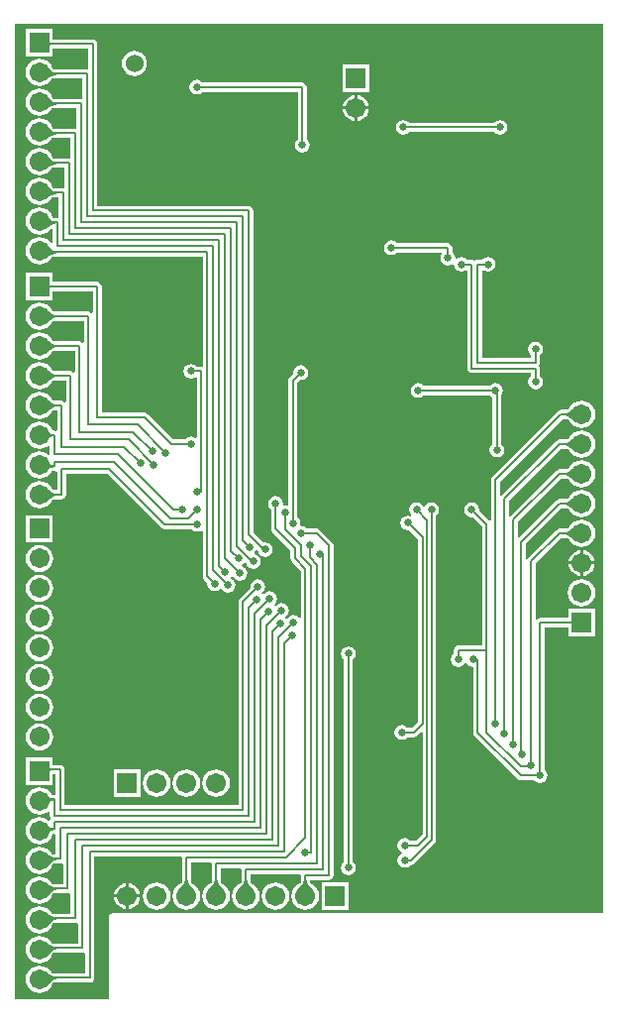
<source format=gbl>
G04*
G04 #@! TF.GenerationSoftware,Altium Limited,Altium Designer,19.0.14 (431)*
G04*
G04 Layer_Physical_Order=2*
G04 Layer_Color=16711680*
%FSLAX25Y25*%
%MOIN*%
G70*
G01*
G75*
%ADD14C,0.00600*%
%ADD42C,0.06000*%
%ADD43R,0.06732X0.06732*%
%ADD44C,0.06732*%
%ADD45R,0.06732X0.06732*%
%ADD46C,0.02500*%
G36*
X201767Y32724D02*
X36500D01*
X36032Y32630D01*
X35635Y32365D01*
X35370Y31968D01*
X35276Y31500D01*
Y3702D01*
X3702D01*
Y331767D01*
X201767D01*
X201767Y32724D01*
D02*
G37*
%LPC*%
G36*
X16566Y330066D02*
X7434D01*
Y320934D01*
X16566D01*
Y323471D01*
X28471D01*
Y316830D01*
X28084Y316513D01*
X28000Y316529D01*
X16569D01*
X16461Y316601D01*
X16449Y316692D01*
X15989Y317803D01*
X15257Y318757D01*
X14303Y319489D01*
X13192Y319949D01*
X12000Y320106D01*
X10808Y319949D01*
X9697Y319489D01*
X8743Y318757D01*
X8011Y317803D01*
X7551Y316692D01*
X7395Y315500D01*
X7551Y314308D01*
X8011Y313197D01*
X8743Y312243D01*
X9697Y311511D01*
X10808Y311051D01*
X12000Y310894D01*
X13192Y311051D01*
X14303Y311511D01*
X15257Y312243D01*
X15989Y313197D01*
X16056Y313359D01*
X16207Y313442D01*
X16267Y313471D01*
X26471D01*
Y306830D01*
X26084Y306513D01*
X26000Y306529D01*
X16569D01*
X16461Y306601D01*
X16449Y306692D01*
X15989Y307803D01*
X15257Y308757D01*
X14303Y309489D01*
X13192Y309949D01*
X12000Y310105D01*
X10808Y309949D01*
X9697Y309489D01*
X8743Y308757D01*
X8011Y307803D01*
X7551Y306692D01*
X7395Y305500D01*
X7551Y304308D01*
X8011Y303197D01*
X8743Y302243D01*
X9697Y301512D01*
X10808Y301051D01*
X12000Y300894D01*
X13192Y301051D01*
X14303Y301512D01*
X15257Y302243D01*
X15989Y303197D01*
X16056Y303359D01*
X16207Y303442D01*
X16267Y303471D01*
X24471D01*
Y296830D01*
X24084Y296513D01*
X24000Y296529D01*
X16569D01*
X16461Y296601D01*
X16449Y296692D01*
X15989Y297803D01*
X15257Y298757D01*
X14303Y299488D01*
X13192Y299949D01*
X12000Y300106D01*
X10808Y299949D01*
X9697Y299488D01*
X8743Y298757D01*
X8011Y297803D01*
X7551Y296692D01*
X7395Y295500D01*
X7551Y294308D01*
X8011Y293197D01*
X8743Y292243D01*
X9697Y291512D01*
X10808Y291051D01*
X12000Y290895D01*
X13192Y291051D01*
X14303Y291512D01*
X15257Y292243D01*
X15989Y293197D01*
X16056Y293359D01*
X16207Y293442D01*
X16267Y293471D01*
X22471D01*
Y286830D01*
X22084Y286513D01*
X22000Y286529D01*
X16569D01*
X16461Y286601D01*
X16449Y286692D01*
X15989Y287803D01*
X15257Y288757D01*
X14303Y289489D01*
X13192Y289949D01*
X12000Y290106D01*
X10808Y289949D01*
X9697Y289489D01*
X8743Y288757D01*
X8011Y287803D01*
X7551Y286692D01*
X7395Y285500D01*
X7551Y284308D01*
X8011Y283197D01*
X8743Y282243D01*
X9697Y281511D01*
X10808Y281051D01*
X12000Y280894D01*
X13192Y281051D01*
X14303Y281511D01*
X15257Y282243D01*
X15989Y283197D01*
X16056Y283359D01*
X16207Y283442D01*
X16267Y283471D01*
X20471D01*
Y276830D01*
X20084Y276513D01*
X20000Y276529D01*
X16569D01*
X16461Y276601D01*
X16449Y276692D01*
X15989Y277803D01*
X15257Y278757D01*
X14303Y279488D01*
X13192Y279949D01*
X12000Y280105D01*
X10808Y279949D01*
X9697Y279488D01*
X8743Y278757D01*
X8011Y277803D01*
X7551Y276692D01*
X7395Y275500D01*
X7551Y274308D01*
X8011Y273197D01*
X8743Y272243D01*
X9697Y271512D01*
X10808Y271051D01*
X12000Y270895D01*
X13192Y271051D01*
X14303Y271512D01*
X15257Y272243D01*
X15989Y273197D01*
X16056Y273359D01*
X16207Y273442D01*
X16267Y273471D01*
X18471D01*
Y266830D01*
X18084Y266513D01*
X18000Y266529D01*
X16470D01*
X16449Y266692D01*
X15989Y267803D01*
X15257Y268757D01*
X14303Y269489D01*
X13192Y269949D01*
X12000Y270106D01*
X10808Y269949D01*
X9697Y269489D01*
X8743Y268757D01*
X8011Y267803D01*
X7551Y266692D01*
X7395Y265500D01*
X7551Y264308D01*
X8011Y263197D01*
X8743Y262243D01*
X9697Y261511D01*
X10808Y261051D01*
X12000Y260894D01*
X13192Y261051D01*
X14303Y261511D01*
X15257Y262243D01*
X15971Y263174D01*
X16022Y263178D01*
X16471Y262987D01*
Y258013D01*
X16022Y257822D01*
X15971Y257826D01*
X15257Y258757D01*
X14303Y259489D01*
X13192Y259949D01*
X12000Y260105D01*
X10808Y259949D01*
X9697Y259489D01*
X8743Y258757D01*
X8011Y257803D01*
X7551Y256692D01*
X7395Y255500D01*
X7551Y254308D01*
X8011Y253197D01*
X8743Y252243D01*
X9697Y251512D01*
X10808Y251051D01*
X12000Y250894D01*
X13192Y251051D01*
X14303Y251512D01*
X15257Y252243D01*
X15989Y253197D01*
X16056Y253359D01*
X16207Y253442D01*
X16267Y253471D01*
X66971D01*
Y216830D01*
X66584Y216513D01*
X66500Y216529D01*
X64925D01*
X64766Y216766D01*
X63956Y217308D01*
X63000Y217498D01*
X62044Y217308D01*
X61234Y216766D01*
X60692Y215956D01*
X60502Y215000D01*
X60692Y214044D01*
X61234Y213234D01*
X62044Y212692D01*
X63000Y212502D01*
X63956Y212692D01*
X64471Y213036D01*
X64971Y212769D01*
Y192731D01*
X64471Y192464D01*
X63956Y192808D01*
X63000Y192998D01*
X62044Y192808D01*
X61234Y192266D01*
X61075Y192029D01*
X57134D01*
X48581Y200581D01*
X48085Y200913D01*
X47500Y201029D01*
X33029D01*
Y243500D01*
X32913Y244085D01*
X32581Y244581D01*
X32085Y244913D01*
X31500Y245029D01*
X16566D01*
Y248066D01*
X7434D01*
Y238934D01*
X16566D01*
Y241971D01*
X29971D01*
Y234877D01*
X29857Y234791D01*
X29471Y234655D01*
X29085Y234913D01*
X28500Y235029D01*
X16462D01*
X16349Y235093D01*
X16257Y235155D01*
X15989Y235803D01*
X15257Y236757D01*
X14303Y237489D01*
X13192Y237949D01*
X12000Y238106D01*
X10808Y237949D01*
X9697Y237489D01*
X8743Y236757D01*
X8011Y235803D01*
X7551Y234692D01*
X7395Y233500D01*
X7551Y232308D01*
X8011Y231197D01*
X8743Y230243D01*
X9697Y229511D01*
X10808Y229051D01*
X12000Y228894D01*
X13192Y229051D01*
X14303Y229511D01*
X15257Y230243D01*
X15989Y231197D01*
X16257Y231845D01*
X16349Y231907D01*
X16462Y231971D01*
X26971D01*
Y224877D01*
X26857Y224791D01*
X26471Y224656D01*
X26085Y224913D01*
X25500Y225029D01*
X16462D01*
X16349Y225093D01*
X16257Y225155D01*
X15989Y225803D01*
X15257Y226757D01*
X14303Y227488D01*
X13192Y227949D01*
X12000Y228105D01*
X10808Y227949D01*
X9697Y227488D01*
X8743Y226757D01*
X8011Y225803D01*
X7551Y224692D01*
X7395Y223500D01*
X7551Y222308D01*
X8011Y221197D01*
X8743Y220243D01*
X9697Y219512D01*
X10808Y219051D01*
X12000Y218895D01*
X13192Y219051D01*
X14303Y219512D01*
X15257Y220243D01*
X15989Y221197D01*
X16257Y221845D01*
X16349Y221907D01*
X16462Y221971D01*
X23971D01*
Y214877D01*
X23857Y214791D01*
X23471Y214655D01*
X23085Y214913D01*
X22500Y215029D01*
X16462D01*
X16349Y215093D01*
X16257Y215155D01*
X15989Y215803D01*
X15257Y216757D01*
X14303Y217489D01*
X13192Y217949D01*
X12000Y218106D01*
X10808Y217949D01*
X9697Y217489D01*
X8743Y216757D01*
X8011Y215803D01*
X7551Y214692D01*
X7395Y213500D01*
X7551Y212308D01*
X8011Y211197D01*
X8743Y210243D01*
X9697Y209511D01*
X10808Y209051D01*
X12000Y208894D01*
X13192Y209051D01*
X14303Y209511D01*
X15257Y210243D01*
X15989Y211197D01*
X16257Y211845D01*
X16349Y211907D01*
X16462Y211971D01*
X20971D01*
Y204877D01*
X20857Y204791D01*
X20471Y204656D01*
X20085Y204913D01*
X19500Y205029D01*
X16462D01*
X16349Y205093D01*
X16257Y205155D01*
X15989Y205803D01*
X15257Y206757D01*
X14303Y207488D01*
X13192Y207949D01*
X12000Y208105D01*
X10808Y207949D01*
X9697Y207488D01*
X8743Y206757D01*
X8011Y205803D01*
X7551Y204692D01*
X7395Y203500D01*
X7551Y202308D01*
X8011Y201197D01*
X8743Y200243D01*
X9697Y199512D01*
X10808Y199051D01*
X12000Y198895D01*
X13192Y199051D01*
X14303Y199512D01*
X15257Y200243D01*
X15989Y201197D01*
X16257Y201845D01*
X16349Y201907D01*
X16462Y201971D01*
X17971D01*
Y195211D01*
X17471Y194936D01*
X17000Y195029D01*
X16309D01*
X15989Y195803D01*
X15257Y196757D01*
X14303Y197488D01*
X13192Y197949D01*
X12000Y198106D01*
X10808Y197949D01*
X9697Y197488D01*
X8743Y196757D01*
X8011Y195803D01*
X7551Y194692D01*
X7395Y193500D01*
X7551Y192308D01*
X8011Y191197D01*
X8743Y190243D01*
X9697Y189512D01*
X10808Y189051D01*
X12000Y188894D01*
X13192Y189051D01*
X14303Y189512D01*
X14971Y190024D01*
X15471Y189777D01*
Y187223D01*
X14985Y186965D01*
X14303Y187488D01*
X13192Y187949D01*
X12000Y188105D01*
X10808Y187949D01*
X9697Y187488D01*
X8743Y186757D01*
X8011Y185803D01*
X7551Y184692D01*
X7395Y183500D01*
X7551Y182308D01*
X8011Y181197D01*
X8743Y180243D01*
X9697Y179511D01*
X10808Y179051D01*
X12000Y178894D01*
X13192Y179051D01*
X14303Y179511D01*
X15257Y180243D01*
X15989Y181197D01*
X16102Y181471D01*
X17000D01*
X17471Y181564D01*
X17900Y181328D01*
X17971Y181270D01*
Y175029D01*
X16462D01*
X16349Y175093D01*
X16257Y175155D01*
X15989Y175803D01*
X15257Y176757D01*
X14303Y177489D01*
X13192Y177949D01*
X12000Y178105D01*
X10808Y177949D01*
X9697Y177489D01*
X8743Y176757D01*
X8011Y175803D01*
X7551Y174692D01*
X7395Y173500D01*
X7551Y172308D01*
X8011Y171197D01*
X8743Y170243D01*
X9697Y169511D01*
X10808Y169051D01*
X12000Y168895D01*
X13192Y169051D01*
X14303Y169511D01*
X15257Y170243D01*
X15989Y171197D01*
X16257Y171845D01*
X16349Y171907D01*
X16462Y171971D01*
X19500D01*
X20085Y172087D01*
X20581Y172419D01*
X20913Y172915D01*
X21029Y173500D01*
Y180471D01*
X34866D01*
X52919Y162419D01*
X53415Y162087D01*
X54000Y161971D01*
X63075D01*
X63234Y161734D01*
X64044Y161192D01*
X65000Y161002D01*
X65956Y161192D01*
X66471Y161536D01*
X66971Y161269D01*
Y146041D01*
X67087Y145455D01*
X67419Y144959D01*
X68564Y143813D01*
X68502Y143500D01*
X68692Y142544D01*
X69234Y141734D01*
X70044Y141192D01*
X71000Y141002D01*
X71956Y141192D01*
X72766Y141734D01*
X72782Y141758D01*
X73384D01*
X73734Y141234D01*
X74544Y140692D01*
X75500Y140502D01*
X76456Y140692D01*
X77266Y141234D01*
X77808Y142044D01*
X77998Y143000D01*
X77808Y143956D01*
X77266Y144766D01*
X76493Y145283D01*
X76437Y145394D01*
X76338Y145841D01*
X76635Y146285D01*
X77165Y146179D01*
X77192Y146044D01*
X77734Y145234D01*
X78544Y144692D01*
X79500Y144502D01*
X80456Y144692D01*
X81266Y145234D01*
X81808Y146044D01*
X81998Y147000D01*
X81808Y147956D01*
X81266Y148766D01*
X80456Y149308D01*
X80321Y149335D01*
X80215Y149865D01*
X80766Y150234D01*
X81058Y150670D01*
X81589Y150564D01*
X81692Y150044D01*
X82234Y149234D01*
X83044Y148692D01*
X84000Y148502D01*
X84956Y148692D01*
X85766Y149234D01*
X86308Y150044D01*
X86498Y151000D01*
X86308Y151956D01*
X85766Y152766D01*
X84956Y153308D01*
X84353Y153428D01*
X84248Y153958D01*
X84424Y154076D01*
X84876Y154754D01*
X85074Y154805D01*
X85611Y154450D01*
X85692Y154044D01*
X86234Y153234D01*
X87044Y152692D01*
X88000Y152502D01*
X88956Y152692D01*
X89766Y153234D01*
X90308Y154044D01*
X90498Y155000D01*
X90308Y155956D01*
X89766Y156766D01*
X88956Y157308D01*
X88000Y157498D01*
X87303Y157359D01*
X84029Y160634D01*
Y269000D01*
X83913Y269585D01*
X83581Y270081D01*
X83085Y270413D01*
X82500Y270529D01*
X31529D01*
Y325000D01*
X31413Y325585D01*
X31081Y326081D01*
X30585Y326413D01*
X30000Y326529D01*
X16566D01*
Y330066D01*
D02*
G37*
G36*
X44000Y322736D02*
X42904Y322592D01*
X41882Y322169D01*
X41004Y321496D01*
X40331Y320618D01*
X39908Y319596D01*
X39764Y318500D01*
X39908Y317404D01*
X40331Y316382D01*
X41004Y315505D01*
X41882Y314831D01*
X42904Y314408D01*
X44000Y314264D01*
X45096Y314408D01*
X46118Y314831D01*
X46995Y315505D01*
X47669Y316382D01*
X48092Y317404D01*
X48236Y318500D01*
X48092Y319596D01*
X47669Y320618D01*
X46995Y321496D01*
X46118Y322169D01*
X45096Y322592D01*
X44000Y322736D01*
D02*
G37*
G36*
X123066Y318066D02*
X113934D01*
Y308934D01*
X123066D01*
Y318066D01*
D02*
G37*
G36*
X119000Y307838D02*
Y304000D01*
X122838D01*
X122754Y304640D01*
X122314Y305702D01*
X121614Y306614D01*
X120702Y307314D01*
X119640Y307754D01*
X119000Y307838D01*
D02*
G37*
G36*
X118000D02*
X117360Y307754D01*
X116298Y307314D01*
X115386Y306614D01*
X114686Y305702D01*
X114246Y304640D01*
X114162Y304000D01*
X118000D01*
Y307838D01*
D02*
G37*
G36*
X122838Y303000D02*
X119000D01*
Y299162D01*
X119640Y299246D01*
X120702Y299686D01*
X121614Y300386D01*
X122314Y301298D01*
X122754Y302360D01*
X122838Y303000D01*
D02*
G37*
G36*
X118000D02*
X114162D01*
X114246Y302360D01*
X114686Y301298D01*
X115386Y300386D01*
X116298Y299686D01*
X117360Y299246D01*
X118000Y299162D01*
Y303000D01*
D02*
G37*
G36*
X167000Y299498D02*
X166044Y299308D01*
X165234Y298766D01*
X165075Y298529D01*
X136425D01*
X136266Y298766D01*
X135456Y299308D01*
X134500Y299498D01*
X133544Y299308D01*
X132734Y298766D01*
X132192Y297956D01*
X132002Y297000D01*
X132192Y296044D01*
X132734Y295234D01*
X133544Y294692D01*
X134500Y294502D01*
X135456Y294692D01*
X136266Y295234D01*
X136425Y295471D01*
X165075D01*
X165234Y295234D01*
X166044Y294692D01*
X167000Y294502D01*
X167956Y294692D01*
X168766Y295234D01*
X169308Y296044D01*
X169498Y297000D01*
X169308Y297956D01*
X168766Y298766D01*
X167956Y299308D01*
X167000Y299498D01*
D02*
G37*
G36*
X65000Y312998D02*
X64044Y312808D01*
X63234Y312266D01*
X62692Y311456D01*
X62502Y310500D01*
X62692Y309544D01*
X63234Y308734D01*
X64044Y308192D01*
X65000Y308002D01*
X65956Y308192D01*
X66766Y308734D01*
X66925Y308971D01*
X98971D01*
Y292925D01*
X98734Y292766D01*
X98192Y291956D01*
X98002Y291000D01*
X98192Y290044D01*
X98734Y289234D01*
X99544Y288692D01*
X100500Y288502D01*
X101456Y288692D01*
X102266Y289234D01*
X102808Y290044D01*
X102998Y291000D01*
X102808Y291956D01*
X102266Y292766D01*
X102029Y292925D01*
Y310500D01*
X101913Y311085D01*
X101581Y311581D01*
X101085Y311913D01*
X100500Y312029D01*
X66925D01*
X66766Y312266D01*
X65956Y312808D01*
X65000Y312998D01*
D02*
G37*
G36*
X130500Y258998D02*
X129544Y258808D01*
X128734Y258266D01*
X128192Y257456D01*
X128002Y256500D01*
X128192Y255544D01*
X128734Y254734D01*
X129544Y254192D01*
X130500Y254002D01*
X131456Y254192D01*
X132266Y254734D01*
X132425Y254971D01*
X147269D01*
X147536Y254471D01*
X147192Y253956D01*
X147002Y253000D01*
X147192Y252044D01*
X147734Y251234D01*
X148544Y250692D01*
X149500Y250502D01*
X150456Y250692D01*
X151014Y251065D01*
X151134Y251044D01*
X151535Y250812D01*
X151692Y250024D01*
X152234Y249214D01*
X153044Y248673D01*
X154000Y248482D01*
X154956Y248673D01*
X155471Y249016D01*
X155971Y248749D01*
Y215980D01*
X156087Y215395D01*
X156419Y214899D01*
X156915Y214567D01*
X157500Y214451D01*
X177471D01*
Y213405D01*
X177234Y213247D01*
X176692Y212436D01*
X176502Y211480D01*
X176692Y210524D01*
X177234Y209714D01*
X178044Y209173D01*
X179000Y208982D01*
X179956Y209173D01*
X180766Y209714D01*
X181308Y210524D01*
X181498Y211480D01*
X181308Y212436D01*
X180766Y213247D01*
X180529Y213405D01*
Y215980D01*
X180413Y216566D01*
X180136Y216980D01*
X180413Y217395D01*
X180529Y217980D01*
Y220556D01*
X180766Y220714D01*
X181308Y221524D01*
X181498Y222480D01*
X181308Y223436D01*
X180766Y224247D01*
X179956Y224788D01*
X179000Y224978D01*
X178044Y224788D01*
X177234Y224247D01*
X176692Y223436D01*
X176502Y222480D01*
X176692Y221524D01*
X177234Y220714D01*
X177471Y220556D01*
Y219510D01*
X161029D01*
Y248749D01*
X161529Y249016D01*
X162044Y248673D01*
X163000Y248482D01*
X163956Y248673D01*
X164766Y249214D01*
X165308Y250024D01*
X165498Y250980D01*
X165308Y251936D01*
X164766Y252747D01*
X163956Y253288D01*
X163000Y253478D01*
X162044Y253288D01*
X161234Y252747D01*
X161075Y252510D01*
X159500D01*
X158915Y252393D01*
X158500Y252116D01*
X158085Y252393D01*
X157500Y252510D01*
X155925D01*
X155766Y252747D01*
X154956Y253288D01*
X154000Y253478D01*
X153044Y253288D01*
X152486Y252915D01*
X152366Y252936D01*
X151964Y253168D01*
X151808Y253956D01*
X151266Y254766D01*
X151029Y254925D01*
Y256500D01*
X150913Y257085D01*
X150581Y257581D01*
X150085Y257913D01*
X149500Y258029D01*
X132425D01*
X132266Y258266D01*
X131456Y258808D01*
X130500Y258998D01*
D02*
G37*
G36*
X100000Y216998D02*
X99044Y216808D01*
X98234Y216266D01*
X97692Y215456D01*
X97502Y214500D01*
X97558Y214220D01*
X96245Y212908D01*
X95914Y212412D01*
X95797Y211827D01*
Y170177D01*
X95297Y169838D01*
X94592Y169978D01*
X94307Y169922D01*
X93953Y170275D01*
X93998Y170500D01*
X93808Y171456D01*
X93266Y172266D01*
X92456Y172808D01*
X91500Y172998D01*
X90544Y172808D01*
X89734Y172266D01*
X89192Y171456D01*
X89002Y170500D01*
X89192Y169544D01*
X89734Y168734D01*
X89971Y168575D01*
Y162000D01*
X90087Y161415D01*
X90419Y160919D01*
X96471Y154867D01*
Y152000D01*
X96587Y151415D01*
X96919Y150919D01*
X99971Y147866D01*
Y132112D01*
X99471Y131961D01*
X99266Y132266D01*
X98456Y132808D01*
X97500Y132998D01*
X96544Y132808D01*
X95734Y132266D01*
X95384Y131743D01*
X94782D01*
X94766Y131766D01*
X94743Y131782D01*
Y132384D01*
X95266Y132734D01*
X95808Y133544D01*
X95998Y134500D01*
X95808Y135456D01*
X95266Y136266D01*
X94456Y136808D01*
X93500Y136998D01*
X92544Y136808D01*
X91734Y136266D01*
X91595Y136059D01*
X91008Y136008D01*
X91059Y136595D01*
X91266Y136734D01*
X91808Y137544D01*
X91998Y138500D01*
X91808Y139456D01*
X91266Y140266D01*
X90456Y140808D01*
X89500Y140998D01*
X88544Y140808D01*
X87734Y140266D01*
X87563Y140011D01*
X87014Y140029D01*
X86852Y140337D01*
X86884Y140478D01*
X87266Y140734D01*
X87808Y141544D01*
X87998Y142500D01*
X87808Y143456D01*
X87266Y144266D01*
X86456Y144808D01*
X85500Y144998D01*
X84544Y144808D01*
X83734Y144266D01*
X83192Y143456D01*
X83002Y142500D01*
X83058Y142220D01*
X79419Y138581D01*
X79087Y138085D01*
X78971Y137500D01*
Y69029D01*
X20529D01*
Y81000D01*
X20413Y81585D01*
X20081Y82081D01*
X19585Y82413D01*
X19000Y82529D01*
X16566D01*
Y85098D01*
X7434D01*
Y75965D01*
X16566D01*
Y79471D01*
X17471D01*
Y72830D01*
X17084Y72513D01*
X17000Y72529D01*
X16115D01*
X15989Y72834D01*
X15257Y73788D01*
X14303Y74520D01*
X13192Y74980D01*
X12000Y75137D01*
X10808Y74980D01*
X9697Y74520D01*
X8743Y73788D01*
X8011Y72834D01*
X7551Y71724D01*
X7395Y70531D01*
X7551Y69340D01*
X8011Y68229D01*
X8743Y67275D01*
X9697Y66543D01*
X10808Y66083D01*
X12000Y65926D01*
X13192Y66083D01*
X14303Y66543D01*
X14971Y67055D01*
X15471Y66809D01*
Y65500D01*
X15587Y64915D01*
X15864Y64500D01*
X15609Y64118D01*
X15592Y64102D01*
X15556Y64077D01*
X15050Y63947D01*
X14303Y64520D01*
X13192Y64980D01*
X12000Y65137D01*
X10808Y64980D01*
X9697Y64520D01*
X8743Y63788D01*
X8011Y62834D01*
X7551Y61724D01*
X7395Y60532D01*
X7551Y59339D01*
X8011Y58229D01*
X8743Y57275D01*
X9697Y56543D01*
X10808Y56083D01*
X12000Y55926D01*
X13192Y56083D01*
X14303Y56543D01*
X15257Y57275D01*
X15989Y58229D01*
X16449Y59339D01*
X16466Y59471D01*
X17000D01*
X17084Y59487D01*
X17471Y59170D01*
Y52529D01*
X16282D01*
X16217Y52561D01*
X16068Y52644D01*
X15989Y52834D01*
X15257Y53788D01*
X14303Y54520D01*
X13192Y54980D01*
X12000Y55137D01*
X10808Y54980D01*
X9697Y54520D01*
X8743Y53788D01*
X8011Y52834D01*
X7551Y51723D01*
X7395Y50532D01*
X7551Y49340D01*
X8011Y48229D01*
X8743Y47275D01*
X9697Y46543D01*
X10808Y46083D01*
X12000Y45926D01*
X13192Y46083D01*
X14303Y46543D01*
X15257Y47275D01*
X15989Y48229D01*
X16449Y49340D01*
X16456Y49400D01*
X16565Y49471D01*
X19000D01*
X19471Y49564D01*
X19971Y49289D01*
Y42529D01*
X16282D01*
X16217Y42561D01*
X16068Y42643D01*
X15989Y42834D01*
X15257Y43788D01*
X14303Y44520D01*
X13192Y44980D01*
X12000Y45137D01*
X10808Y44980D01*
X9697Y44520D01*
X8743Y43788D01*
X8011Y42834D01*
X7551Y41723D01*
X7395Y40532D01*
X7551Y39340D01*
X8011Y38229D01*
X8743Y37275D01*
X9697Y36543D01*
X10808Y36083D01*
X12000Y35926D01*
X13192Y36083D01*
X14303Y36543D01*
X15257Y37275D01*
X15989Y38229D01*
X16449Y39340D01*
X16456Y39400D01*
X16565Y39471D01*
X21500D01*
X21971Y39564D01*
X22471Y39289D01*
Y32529D01*
X16282D01*
X16217Y32561D01*
X16068Y32643D01*
X15989Y32834D01*
X15257Y33788D01*
X14303Y34520D01*
X13192Y34980D01*
X12000Y35137D01*
X10808Y34980D01*
X9697Y34520D01*
X8743Y33788D01*
X8011Y32834D01*
X7551Y31723D01*
X7395Y30531D01*
X7551Y29340D01*
X8011Y28229D01*
X8743Y27275D01*
X9697Y26543D01*
X10808Y26083D01*
X12000Y25926D01*
X13192Y26083D01*
X14303Y26543D01*
X15257Y27275D01*
X15989Y28229D01*
X16449Y29340D01*
X16456Y29400D01*
X16565Y29471D01*
X24000D01*
X24471Y29564D01*
X24971Y29289D01*
Y22529D01*
X16282D01*
X16217Y22561D01*
X16068Y22644D01*
X15989Y22834D01*
X15257Y23788D01*
X14303Y24520D01*
X13192Y24980D01*
X12000Y25137D01*
X10808Y24980D01*
X9697Y24520D01*
X8743Y23788D01*
X8011Y22834D01*
X7551Y21723D01*
X7395Y20531D01*
X7551Y19340D01*
X8011Y18229D01*
X8743Y17275D01*
X9697Y16543D01*
X10808Y16083D01*
X12000Y15926D01*
X13192Y16083D01*
X14303Y16543D01*
X15257Y17275D01*
X15989Y18229D01*
X16449Y19340D01*
X16456Y19400D01*
X16565Y19471D01*
X26500D01*
X26971Y19564D01*
X27471Y19289D01*
Y12529D01*
X16282D01*
X16217Y12561D01*
X16068Y12643D01*
X15989Y12834D01*
X15257Y13788D01*
X14303Y14520D01*
X13192Y14980D01*
X12000Y15137D01*
X10808Y14980D01*
X9697Y14520D01*
X8743Y13788D01*
X8011Y12834D01*
X7551Y11723D01*
X7395Y10531D01*
X7551Y9340D01*
X8011Y8229D01*
X8743Y7275D01*
X9697Y6543D01*
X10808Y6083D01*
X12000Y5926D01*
X13192Y6083D01*
X14303Y6543D01*
X15257Y7275D01*
X15989Y8229D01*
X16449Y9340D01*
X16456Y9400D01*
X16565Y9471D01*
X29000D01*
X29585Y9587D01*
X30081Y9919D01*
X30413Y10415D01*
X30529Y11000D01*
Y51971D01*
X59670D01*
X59987Y51584D01*
X59971Y51500D01*
Y42962D01*
X59907Y42849D01*
X59845Y42757D01*
X59197Y42489D01*
X58243Y41757D01*
X57512Y40803D01*
X57051Y39692D01*
X56894Y38500D01*
X57051Y37308D01*
X57512Y36197D01*
X58243Y35243D01*
X59197Y34512D01*
X60308Y34051D01*
X61500Y33895D01*
X62692Y34051D01*
X63803Y34512D01*
X64757Y35243D01*
X65488Y36197D01*
X65949Y37308D01*
X66106Y38500D01*
X65949Y39692D01*
X65488Y40803D01*
X64757Y41757D01*
X63803Y42489D01*
X63155Y42757D01*
X63093Y42849D01*
X63029Y42962D01*
Y49971D01*
X69670D01*
X69987Y49584D01*
X69971Y49500D01*
Y42962D01*
X69907Y42849D01*
X69845Y42757D01*
X69197Y42489D01*
X68243Y41757D01*
X67511Y40803D01*
X67051Y39692D01*
X66895Y38500D01*
X67051Y37308D01*
X67511Y36197D01*
X68243Y35243D01*
X69197Y34512D01*
X70308Y34051D01*
X71500Y33895D01*
X72692Y34051D01*
X73803Y34512D01*
X74757Y35243D01*
X75489Y36197D01*
X75949Y37308D01*
X76105Y38500D01*
X75949Y39692D01*
X75489Y40803D01*
X74757Y41757D01*
X73803Y42489D01*
X73155Y42757D01*
X73093Y42849D01*
X73029Y42962D01*
Y47971D01*
X79670D01*
X79987Y47584D01*
X79971Y47500D01*
Y42962D01*
X79907Y42849D01*
X79845Y42757D01*
X79197Y42489D01*
X78243Y41757D01*
X77512Y40803D01*
X77051Y39692D01*
X76894Y38500D01*
X77051Y37308D01*
X77512Y36197D01*
X78243Y35243D01*
X79197Y34512D01*
X80308Y34051D01*
X81500Y33895D01*
X82692Y34051D01*
X83803Y34512D01*
X84757Y35243D01*
X85488Y36197D01*
X85949Y37308D01*
X86106Y38500D01*
X85949Y39692D01*
X85488Y40803D01*
X84757Y41757D01*
X83803Y42489D01*
X83155Y42757D01*
X83093Y42849D01*
X83029Y42962D01*
Y45971D01*
X99670D01*
X99987Y45584D01*
X99971Y45500D01*
Y42962D01*
X99907Y42849D01*
X99845Y42757D01*
X99197Y42489D01*
X98243Y41757D01*
X97512Y40803D01*
X97051Y39692D01*
X96895Y38500D01*
X97051Y37308D01*
X97512Y36197D01*
X98243Y35243D01*
X99197Y34512D01*
X100308Y34051D01*
X101500Y33895D01*
X102692Y34051D01*
X103803Y34512D01*
X104757Y35243D01*
X105489Y36197D01*
X105949Y37308D01*
X106105Y38500D01*
X105949Y39692D01*
X105489Y40803D01*
X104757Y41757D01*
X103803Y42489D01*
X103155Y42757D01*
X103093Y42849D01*
X103029Y42962D01*
Y43971D01*
X109500D01*
X110085Y44087D01*
X110581Y44419D01*
X110913Y44915D01*
X111029Y45500D01*
Y156449D01*
X110913Y157034D01*
X110581Y157530D01*
X106550Y161562D01*
X106054Y161893D01*
X105468Y162010D01*
X102078D01*
X101920Y162247D01*
X101110Y162788D01*
X100154Y162978D01*
X100135Y162975D01*
X99709Y163400D01*
X99825Y163980D01*
X99635Y164936D01*
X99093Y165747D01*
X98856Y165905D01*
Y211193D01*
X99721Y212058D01*
X100000Y212002D01*
X100956Y212192D01*
X101766Y212734D01*
X102308Y213544D01*
X102498Y214500D01*
X102308Y215456D01*
X101766Y216266D01*
X100956Y216808D01*
X100000Y216998D01*
D02*
G37*
G36*
X165500Y210998D02*
X164544Y210808D01*
X163734Y210266D01*
X163575Y210029D01*
X141425D01*
X141266Y210266D01*
X140456Y210808D01*
X139500Y210998D01*
X138544Y210808D01*
X137734Y210266D01*
X137192Y209456D01*
X137002Y208500D01*
X137192Y207544D01*
X137734Y206734D01*
X138544Y206192D01*
X139500Y206002D01*
X140456Y206192D01*
X141266Y206734D01*
X141425Y206971D01*
X163575D01*
X163734Y206734D01*
X164471Y206241D01*
Y190425D01*
X164234Y190266D01*
X163692Y189456D01*
X163502Y188500D01*
X163692Y187544D01*
X164234Y186734D01*
X165044Y186192D01*
X166000Y186002D01*
X166956Y186192D01*
X167766Y186734D01*
X168308Y187544D01*
X168498Y188500D01*
X168308Y189456D01*
X167766Y190266D01*
X167529Y190425D01*
Y207127D01*
X167808Y207544D01*
X167998Y208500D01*
X167808Y209456D01*
X167266Y210266D01*
X166456Y210808D01*
X165500Y210998D01*
D02*
G37*
G36*
X194500Y205105D02*
X193308Y204949D01*
X192197Y204488D01*
X191243Y203757D01*
X190512Y202803D01*
X190243Y202155D01*
X190151Y202093D01*
X190038Y202029D01*
X187500D01*
X186915Y201913D01*
X186419Y201581D01*
X164419Y179581D01*
X164087Y179085D01*
X163971Y178500D01*
Y164857D01*
X163908Y164810D01*
X163471Y164673D01*
X159942Y168201D01*
X159998Y168480D01*
X159808Y169436D01*
X159266Y170247D01*
X158456Y170788D01*
X157500Y170978D01*
X156544Y170788D01*
X155734Y170247D01*
X155192Y169436D01*
X155002Y168480D01*
X155192Y167524D01*
X155734Y166714D01*
X156544Y166173D01*
X157500Y165982D01*
X157780Y166038D01*
X160971Y162847D01*
Y122789D01*
X153000D01*
X152415Y122673D01*
X151919Y122341D01*
X151587Y121845D01*
X151471Y121260D01*
Y119925D01*
X151234Y119766D01*
X150692Y118956D01*
X150502Y118000D01*
X150692Y117044D01*
X151234Y116234D01*
X152044Y115692D01*
X153000Y115502D01*
X153956Y115692D01*
X154766Y116234D01*
X155222Y116916D01*
X155326Y116944D01*
X155674D01*
X155778Y116916D01*
X156234Y116234D01*
X157044Y115692D01*
X157971Y115508D01*
Y93500D01*
X158087Y92915D01*
X158419Y92419D01*
X172919Y77919D01*
X173415Y77587D01*
X174000Y77471D01*
X178575D01*
X178734Y77234D01*
X179544Y76692D01*
X180500Y76502D01*
X181456Y76692D01*
X182266Y77234D01*
X182808Y78044D01*
X182998Y79000D01*
X182808Y79956D01*
X182266Y80766D01*
X182029Y80925D01*
Y128971D01*
X189934D01*
Y125934D01*
X199066D01*
Y135066D01*
X189934D01*
Y132029D01*
X180500D01*
X179915Y131913D01*
X179529Y131656D01*
X179143Y131791D01*
X179029Y131877D01*
Y150366D01*
X187634Y158971D01*
X190038D01*
X190151Y158907D01*
X190243Y158845D01*
X190512Y158197D01*
X191243Y157243D01*
X192197Y156511D01*
X193308Y156051D01*
X194500Y155894D01*
X195692Y156051D01*
X196803Y156511D01*
X197757Y157243D01*
X198488Y158197D01*
X198949Y159308D01*
X199106Y160500D01*
X198949Y161692D01*
X198488Y162803D01*
X197757Y163757D01*
X196803Y164488D01*
X195692Y164949D01*
X194500Y165105D01*
X193308Y164949D01*
X192197Y164488D01*
X191243Y163757D01*
X190512Y162803D01*
X190243Y162155D01*
X190151Y162093D01*
X190038Y162029D01*
X187000D01*
X186415Y161913D01*
X185919Y161581D01*
X176419Y152081D01*
X176178Y151721D01*
X175678Y151873D01*
Y157015D01*
X187634Y168971D01*
X190038D01*
X190151Y168907D01*
X190243Y168845D01*
X190512Y168197D01*
X191243Y167243D01*
X192197Y166511D01*
X193308Y166051D01*
X194500Y165894D01*
X195692Y166051D01*
X196803Y166511D01*
X197757Y167243D01*
X198488Y168197D01*
X198949Y169308D01*
X199106Y170500D01*
X198949Y171692D01*
X198488Y172803D01*
X197757Y173757D01*
X196803Y174488D01*
X195692Y174949D01*
X194500Y175106D01*
X193308Y174949D01*
X192197Y174488D01*
X191243Y173757D01*
X190512Y172803D01*
X190243Y172155D01*
X190151Y172093D01*
X190038Y172029D01*
X187000D01*
X186415Y171913D01*
X185919Y171581D01*
X173529Y159192D01*
X173029Y159399D01*
Y164366D01*
X187634Y178971D01*
X190038D01*
X190151Y178907D01*
X190243Y178845D01*
X190512Y178197D01*
X191243Y177243D01*
X192197Y176512D01*
X193308Y176051D01*
X194500Y175894D01*
X195692Y176051D01*
X196803Y176512D01*
X197757Y177243D01*
X198488Y178197D01*
X198949Y179308D01*
X199106Y180500D01*
X198949Y181692D01*
X198488Y182803D01*
X197757Y183757D01*
X196803Y184488D01*
X195692Y184949D01*
X194500Y185106D01*
X193308Y184949D01*
X192197Y184488D01*
X191243Y183757D01*
X190512Y182803D01*
X190243Y182155D01*
X190151Y182093D01*
X190038Y182029D01*
X187000D01*
X186415Y181913D01*
X185919Y181581D01*
X170529Y166192D01*
X170092Y166329D01*
X170029Y166377D01*
Y171367D01*
X187634Y188971D01*
X190038D01*
X190151Y188907D01*
X190243Y188845D01*
X190512Y188197D01*
X191243Y187243D01*
X192197Y186512D01*
X193308Y186051D01*
X194500Y185895D01*
X195692Y186051D01*
X196803Y186512D01*
X197757Y187243D01*
X198488Y188197D01*
X198949Y189308D01*
X199106Y190500D01*
X198949Y191692D01*
X198488Y192803D01*
X197757Y193757D01*
X196803Y194489D01*
X195692Y194949D01*
X194500Y195106D01*
X193308Y194949D01*
X192197Y194489D01*
X191243Y193757D01*
X190512Y192803D01*
X190243Y192155D01*
X190151Y192093D01*
X190038Y192029D01*
X187000D01*
X186415Y191913D01*
X185919Y191581D01*
X167529Y173192D01*
X167092Y173329D01*
X167029Y173377D01*
Y177866D01*
X188134Y198971D01*
X190038D01*
X190151Y198907D01*
X190243Y198845D01*
X190512Y198197D01*
X191243Y197243D01*
X192197Y196511D01*
X193308Y196051D01*
X194500Y195895D01*
X195692Y196051D01*
X196803Y196511D01*
X197757Y197243D01*
X198488Y198197D01*
X198949Y199308D01*
X199106Y200500D01*
X198949Y201692D01*
X198488Y202803D01*
X197757Y203757D01*
X196803Y204488D01*
X195692Y204949D01*
X194500Y205105D01*
D02*
G37*
G36*
X144000Y170978D02*
X143044Y170788D01*
X142234Y170247D01*
X141778Y169564D01*
X141674Y169536D01*
X141326D01*
X141222Y169564D01*
X140766Y170247D01*
X139956Y170788D01*
X139000Y170978D01*
X138044Y170788D01*
X137234Y170247D01*
X136692Y169436D01*
X136502Y168480D01*
X136692Y167524D01*
X137234Y166714D01*
X136956Y166308D01*
X136000Y166498D01*
X135044Y166308D01*
X134234Y165766D01*
X133692Y164956D01*
X133502Y164000D01*
X133692Y163044D01*
X134234Y162234D01*
X135044Y161692D01*
X136000Y161502D01*
X136279Y161558D01*
X139471Y158367D01*
Y97133D01*
X137366Y95029D01*
X135925D01*
X135766Y95266D01*
X134956Y95808D01*
X134000Y95998D01*
X133044Y95808D01*
X132234Y95266D01*
X131692Y94456D01*
X131502Y93500D01*
X131692Y92544D01*
X132234Y91734D01*
X133044Y91192D01*
X134000Y91002D01*
X134956Y91192D01*
X135766Y91734D01*
X135925Y91971D01*
X138000D01*
X138585Y92087D01*
X139081Y92419D01*
X140509Y93846D01*
X140971Y93654D01*
Y59133D01*
X138898Y57061D01*
X136925D01*
X136766Y57298D01*
X135956Y57839D01*
X135000Y58030D01*
X134044Y57839D01*
X133234Y57298D01*
X132692Y56487D01*
X132502Y55532D01*
X132692Y54576D01*
X133234Y53765D01*
X133940Y53294D01*
X133980Y53103D01*
Y52928D01*
X133940Y52738D01*
X133234Y52266D01*
X132692Y51456D01*
X132502Y50500D01*
X132692Y49544D01*
X133234Y48734D01*
X134044Y48192D01*
X135000Y48002D01*
X135956Y48192D01*
X136766Y48734D01*
X136925Y48971D01*
X137000D01*
X137585Y49087D01*
X138081Y49419D01*
X145081Y56419D01*
X145413Y56915D01*
X145529Y57500D01*
Y166556D01*
X145766Y166714D01*
X146308Y167524D01*
X146498Y168480D01*
X146308Y169436D01*
X145766Y170247D01*
X144956Y170788D01*
X144000Y170978D01*
D02*
G37*
G36*
X16566Y166566D02*
X7434D01*
Y157434D01*
X16566D01*
Y166566D01*
D02*
G37*
G36*
X195000Y154838D02*
Y151000D01*
X198838D01*
X198754Y151640D01*
X198314Y152702D01*
X197614Y153614D01*
X196702Y154314D01*
X195640Y154754D01*
X195000Y154838D01*
D02*
G37*
G36*
X194000D02*
X193360Y154754D01*
X192298Y154314D01*
X191386Y153614D01*
X190686Y152702D01*
X190246Y151640D01*
X190162Y151000D01*
X194000D01*
Y154838D01*
D02*
G37*
G36*
X12000Y156606D02*
X10808Y156449D01*
X9697Y155989D01*
X8743Y155257D01*
X8011Y154303D01*
X7551Y153192D01*
X7395Y152000D01*
X7551Y150808D01*
X8011Y149697D01*
X8743Y148743D01*
X9697Y148012D01*
X10808Y147551D01*
X12000Y147395D01*
X13192Y147551D01*
X14303Y148012D01*
X15257Y148743D01*
X15989Y149697D01*
X16449Y150808D01*
X16605Y152000D01*
X16449Y153192D01*
X15989Y154303D01*
X15257Y155257D01*
X14303Y155989D01*
X13192Y156449D01*
X12000Y156606D01*
D02*
G37*
G36*
X198838Y150000D02*
X195000D01*
Y146162D01*
X195640Y146246D01*
X196702Y146686D01*
X197614Y147386D01*
X198314Y148298D01*
X198754Y149360D01*
X198838Y150000D01*
D02*
G37*
G36*
X194000D02*
X190162D01*
X190246Y149360D01*
X190686Y148298D01*
X191386Y147386D01*
X192298Y146686D01*
X193360Y146246D01*
X194000Y146162D01*
Y150000D01*
D02*
G37*
G36*
X12000Y146606D02*
X10808Y146449D01*
X9697Y145989D01*
X8743Y145257D01*
X8011Y144303D01*
X7551Y143192D01*
X7395Y142000D01*
X7551Y140808D01*
X8011Y139697D01*
X8743Y138743D01*
X9697Y138012D01*
X10808Y137551D01*
X12000Y137394D01*
X13192Y137551D01*
X14303Y138012D01*
X15257Y138743D01*
X15989Y139697D01*
X16449Y140808D01*
X16605Y142000D01*
X16449Y143192D01*
X15989Y144303D01*
X15257Y145257D01*
X14303Y145989D01*
X13192Y146449D01*
X12000Y146606D01*
D02*
G37*
G36*
X194500Y145106D02*
X193308Y144949D01*
X192197Y144489D01*
X191243Y143757D01*
X190512Y142803D01*
X190051Y141692D01*
X189894Y140500D01*
X190051Y139308D01*
X190512Y138197D01*
X191243Y137243D01*
X192197Y136512D01*
X193308Y136051D01*
X194500Y135895D01*
X195692Y136051D01*
X196803Y136512D01*
X197757Y137243D01*
X198488Y138197D01*
X198949Y139308D01*
X199106Y140500D01*
X198949Y141692D01*
X198488Y142803D01*
X197757Y143757D01*
X196803Y144489D01*
X195692Y144949D01*
X194500Y145106D01*
D02*
G37*
G36*
X12000Y136606D02*
X10808Y136449D01*
X9697Y135988D01*
X8743Y135257D01*
X8011Y134303D01*
X7551Y133192D01*
X7395Y132000D01*
X7551Y130808D01*
X8011Y129697D01*
X8743Y128743D01*
X9697Y128012D01*
X10808Y127551D01*
X12000Y127394D01*
X13192Y127551D01*
X14303Y128012D01*
X15257Y128743D01*
X15989Y129697D01*
X16449Y130808D01*
X16605Y132000D01*
X16449Y133192D01*
X15989Y134303D01*
X15257Y135257D01*
X14303Y135988D01*
X13192Y136449D01*
X12000Y136606D01*
D02*
G37*
G36*
Y126605D02*
X10808Y126449D01*
X9697Y125988D01*
X8743Y125257D01*
X8011Y124303D01*
X7551Y123192D01*
X7395Y122000D01*
X7551Y120808D01*
X8011Y119697D01*
X8743Y118743D01*
X9697Y118011D01*
X10808Y117551D01*
X12000Y117394D01*
X13192Y117551D01*
X14303Y118011D01*
X15257Y118743D01*
X15989Y119697D01*
X16449Y120808D01*
X16605Y122000D01*
X16449Y123192D01*
X15989Y124303D01*
X15257Y125257D01*
X14303Y125988D01*
X13192Y126449D01*
X12000Y126605D01*
D02*
G37*
G36*
Y116605D02*
X10808Y116449D01*
X9697Y115989D01*
X8743Y115257D01*
X8011Y114303D01*
X7551Y113192D01*
X7395Y112000D01*
X7551Y110808D01*
X8011Y109697D01*
X8743Y108743D01*
X9697Y108011D01*
X10808Y107551D01*
X12000Y107395D01*
X13192Y107551D01*
X14303Y108011D01*
X15257Y108743D01*
X15989Y109697D01*
X16449Y110808D01*
X16605Y112000D01*
X16449Y113192D01*
X15989Y114303D01*
X15257Y115257D01*
X14303Y115989D01*
X13192Y116449D01*
X12000Y116605D01*
D02*
G37*
G36*
Y106606D02*
X10808Y106449D01*
X9697Y105989D01*
X8743Y105257D01*
X8011Y104303D01*
X7551Y103192D01*
X7395Y102000D01*
X7551Y100808D01*
X8011Y99697D01*
X8743Y98743D01*
X9697Y98011D01*
X10808Y97551D01*
X12000Y97395D01*
X13192Y97551D01*
X14303Y98011D01*
X15257Y98743D01*
X15989Y99697D01*
X16449Y100808D01*
X16605Y102000D01*
X16449Y103192D01*
X15989Y104303D01*
X15257Y105257D01*
X14303Y105989D01*
X13192Y106449D01*
X12000Y106606D01*
D02*
G37*
G36*
Y96605D02*
X10808Y96449D01*
X9697Y95989D01*
X8743Y95257D01*
X8011Y94303D01*
X7551Y93192D01*
X7395Y92000D01*
X7551Y90808D01*
X8011Y89697D01*
X8743Y88743D01*
X9697Y88011D01*
X10808Y87551D01*
X12000Y87394D01*
X13192Y87551D01*
X14303Y88011D01*
X15257Y88743D01*
X15989Y89697D01*
X16449Y90808D01*
X16605Y92000D01*
X16449Y93192D01*
X15989Y94303D01*
X15257Y95257D01*
X14303Y95989D01*
X13192Y96449D01*
X12000Y96605D01*
D02*
G37*
G36*
X46066Y81066D02*
X36934D01*
Y71934D01*
X46066D01*
Y81066D01*
D02*
G37*
G36*
X71500Y81106D02*
X70308Y80949D01*
X69197Y80489D01*
X68243Y79757D01*
X67511Y78803D01*
X67051Y77692D01*
X66895Y76500D01*
X67051Y75308D01*
X67511Y74197D01*
X68243Y73243D01*
X69197Y72512D01*
X70308Y72051D01*
X71500Y71895D01*
X72692Y72051D01*
X73803Y72512D01*
X74757Y73243D01*
X75489Y74197D01*
X75949Y75308D01*
X76105Y76500D01*
X75949Y77692D01*
X75489Y78803D01*
X74757Y79757D01*
X73803Y80489D01*
X72692Y80949D01*
X71500Y81106D01*
D02*
G37*
G36*
X61500D02*
X60308Y80949D01*
X59197Y80489D01*
X58243Y79757D01*
X57512Y78803D01*
X57051Y77692D01*
X56894Y76500D01*
X57051Y75308D01*
X57512Y74197D01*
X58243Y73243D01*
X59197Y72512D01*
X60308Y72051D01*
X61500Y71895D01*
X62692Y72051D01*
X63803Y72512D01*
X64757Y73243D01*
X65488Y74197D01*
X65949Y75308D01*
X66106Y76500D01*
X65949Y77692D01*
X65488Y78803D01*
X64757Y79757D01*
X63803Y80489D01*
X62692Y80949D01*
X61500Y81106D01*
D02*
G37*
G36*
X51500D02*
X50308Y80949D01*
X49197Y80489D01*
X48243Y79757D01*
X47512Y78803D01*
X47051Y77692D01*
X46894Y76500D01*
X47051Y75308D01*
X47512Y74197D01*
X48243Y73243D01*
X49197Y72512D01*
X50308Y72051D01*
X51500Y71895D01*
X52692Y72051D01*
X53803Y72512D01*
X54757Y73243D01*
X55489Y74197D01*
X55949Y75308D01*
X56106Y76500D01*
X55949Y77692D01*
X55489Y78803D01*
X54757Y79757D01*
X53803Y80489D01*
X52692Y80949D01*
X51500Y81106D01*
D02*
G37*
G36*
X116000Y122498D02*
X115044Y122308D01*
X114234Y121766D01*
X113692Y120956D01*
X113502Y120000D01*
X113692Y119044D01*
X114234Y118234D01*
X114471Y118075D01*
Y49925D01*
X114234Y49766D01*
X113692Y48956D01*
X113502Y48000D01*
X113692Y47044D01*
X114234Y46234D01*
X115044Y45692D01*
X116000Y45502D01*
X116956Y45692D01*
X117766Y46234D01*
X118308Y47044D01*
X118498Y48000D01*
X118308Y48956D01*
X117766Y49766D01*
X117529Y49925D01*
Y118075D01*
X117766Y118234D01*
X118308Y119044D01*
X118498Y120000D01*
X118308Y120956D01*
X117766Y121766D01*
X116956Y122308D01*
X116000Y122498D01*
D02*
G37*
G36*
X42000Y42838D02*
Y39000D01*
X45838D01*
X45754Y39640D01*
X45314Y40702D01*
X44614Y41614D01*
X43702Y42314D01*
X42640Y42754D01*
X42000Y42838D01*
D02*
G37*
G36*
X41000D02*
X40360Y42754D01*
X39298Y42314D01*
X38386Y41614D01*
X37686Y40702D01*
X37246Y39640D01*
X37162Y39000D01*
X41000D01*
Y42838D01*
D02*
G37*
G36*
X45838Y38000D02*
X42000D01*
Y34162D01*
X42640Y34246D01*
X43702Y34686D01*
X44614Y35386D01*
X45314Y36298D01*
X45754Y37360D01*
X45838Y38000D01*
D02*
G37*
G36*
X41000D02*
X37162D01*
X37246Y37360D01*
X37686Y36298D01*
X38386Y35386D01*
X39298Y34686D01*
X40360Y34246D01*
X41000Y34162D01*
Y38000D01*
D02*
G37*
G36*
X116066Y43066D02*
X106934D01*
Y33934D01*
X116066D01*
Y43066D01*
D02*
G37*
G36*
X91500Y43106D02*
X90308Y42949D01*
X89197Y42489D01*
X88243Y41757D01*
X87511Y40803D01*
X87051Y39692D01*
X86895Y38500D01*
X87051Y37308D01*
X87511Y36197D01*
X88243Y35243D01*
X89197Y34512D01*
X90308Y34051D01*
X91500Y33895D01*
X92692Y34051D01*
X93803Y34512D01*
X94757Y35243D01*
X95489Y36197D01*
X95949Y37308D01*
X96105Y38500D01*
X95949Y39692D01*
X95489Y40803D01*
X94757Y41757D01*
X93803Y42489D01*
X92692Y42949D01*
X91500Y43106D01*
D02*
G37*
G36*
X51500D02*
X50308Y42949D01*
X49197Y42489D01*
X48243Y41757D01*
X47512Y40803D01*
X47051Y39692D01*
X46894Y38500D01*
X47051Y37308D01*
X47512Y36197D01*
X48243Y35243D01*
X49197Y34512D01*
X50308Y34051D01*
X51500Y33895D01*
X52692Y34051D01*
X53803Y34512D01*
X54757Y35243D01*
X55489Y36197D01*
X55949Y37308D01*
X56106Y38500D01*
X55949Y39692D01*
X55489Y40803D01*
X54757Y41757D01*
X53803Y42489D01*
X52692Y42949D01*
X51500Y43106D01*
D02*
G37*
%LPD*%
G36*
X15348Y325543D02*
X15367Y325492D01*
X15397Y325447D01*
X15440Y325408D01*
X15495Y325375D01*
X15563Y325348D01*
X15642Y325327D01*
X15734Y325312D01*
X15838Y325303D01*
X15954Y325300D01*
Y324700D01*
X15838Y324697D01*
X15734Y324688D01*
X15642Y324673D01*
X15563Y324652D01*
X15495Y324625D01*
X15440Y324592D01*
X15397Y324553D01*
X15367Y324508D01*
X15348Y324457D01*
X15342Y324400D01*
Y325600D01*
X15348Y325543D01*
D02*
G37*
G36*
X15047Y317060D02*
X15377Y316691D01*
X15717Y316365D01*
X16068Y316082D01*
X16429Y315843D01*
X16800Y315648D01*
X17182Y315496D01*
X17574Y315387D01*
X17977Y315322D01*
X18390Y315300D01*
X18299Y314700D01*
X17938Y314681D01*
X17562Y314625D01*
X17171Y314530D01*
X16766Y314398D01*
X16346Y314228D01*
X15912Y314021D01*
X15462Y313775D01*
X14520Y313171D01*
X14027Y312813D01*
X14727Y317473D01*
X15047Y317060D01*
D02*
G37*
G36*
Y307060D02*
X15377Y306691D01*
X15717Y306365D01*
X16068Y306082D01*
X16429Y305843D01*
X16800Y305648D01*
X17182Y305496D01*
X17574Y305387D01*
X17977Y305322D01*
X18390Y305300D01*
X18299Y304700D01*
X17938Y304681D01*
X17562Y304625D01*
X17171Y304530D01*
X16766Y304398D01*
X16346Y304228D01*
X15912Y304021D01*
X15462Y303775D01*
X14520Y303171D01*
X14027Y302813D01*
X14727Y307473D01*
X15047Y307060D01*
D02*
G37*
G36*
Y297060D02*
X15377Y296691D01*
X15717Y296365D01*
X16068Y296082D01*
X16429Y295843D01*
X16800Y295648D01*
X17182Y295496D01*
X17574Y295387D01*
X17977Y295322D01*
X18390Y295300D01*
X18299Y294700D01*
X17938Y294681D01*
X17562Y294624D01*
X17171Y294530D01*
X16766Y294398D01*
X16346Y294228D01*
X15912Y294021D01*
X15462Y293775D01*
X14520Y293171D01*
X14027Y292813D01*
X14727Y297473D01*
X15047Y297060D01*
D02*
G37*
G36*
Y287060D02*
X15377Y286691D01*
X15717Y286365D01*
X16068Y286082D01*
X16429Y285843D01*
X16800Y285648D01*
X17182Y285496D01*
X17574Y285387D01*
X17977Y285322D01*
X18390Y285300D01*
X18299Y284700D01*
X17938Y284681D01*
X17562Y284625D01*
X17171Y284530D01*
X16766Y284398D01*
X16346Y284228D01*
X15912Y284021D01*
X15462Y283775D01*
X14520Y283171D01*
X14027Y282813D01*
X14727Y287473D01*
X15047Y287060D01*
D02*
G37*
G36*
Y277060D02*
X15377Y276691D01*
X15717Y276365D01*
X16068Y276082D01*
X16429Y275843D01*
X16800Y275648D01*
X17182Y275496D01*
X17574Y275387D01*
X17977Y275322D01*
X18390Y275300D01*
X18299Y274700D01*
X17938Y274681D01*
X17562Y274624D01*
X17171Y274530D01*
X16766Y274398D01*
X16346Y274228D01*
X15912Y274021D01*
X15462Y273775D01*
X14520Y273171D01*
X14027Y272813D01*
X14727Y277473D01*
X15047Y277060D01*
D02*
G37*
G36*
X15148Y266808D02*
X15389Y266491D01*
X15648Y266212D01*
X15926Y265970D01*
X16224Y265765D01*
X16541Y265598D01*
X16877Y265468D01*
X17232Y265374D01*
X17606Y265319D01*
X18000Y265300D01*
Y264700D01*
X17613Y264684D01*
X17231Y264634D01*
X16852Y264552D01*
X16477Y264436D01*
X16106Y264288D01*
X15739Y264107D01*
X15376Y263893D01*
X15017Y263645D01*
X14662Y263365D01*
X14311Y263052D01*
X14928Y267161D01*
X15148Y266808D01*
D02*
G37*
G36*
X15047Y257060D02*
X15377Y256691D01*
X15717Y256365D01*
X16068Y256082D01*
X16429Y255843D01*
X16800Y255648D01*
X17182Y255496D01*
X17574Y255387D01*
X17977Y255322D01*
X18390Y255300D01*
X18299Y254700D01*
X17938Y254681D01*
X17562Y254625D01*
X17171Y254530D01*
X16766Y254398D01*
X16346Y254228D01*
X15912Y254021D01*
X15462Y253775D01*
X14520Y253171D01*
X14027Y252813D01*
X14727Y257473D01*
X15047Y257060D01*
D02*
G37*
G36*
X15348Y244043D02*
X15367Y243992D01*
X15397Y243947D01*
X15440Y243908D01*
X15495Y243875D01*
X15563Y243848D01*
X15642Y243827D01*
X15734Y243812D01*
X15838Y243803D01*
X15954Y243800D01*
Y243200D01*
X15838Y243197D01*
X15734Y243188D01*
X15642Y243173D01*
X15563Y243152D01*
X15495Y243125D01*
X15440Y243092D01*
X15397Y243053D01*
X15367Y243008D01*
X15348Y242957D01*
X15342Y242900D01*
Y244100D01*
X15348Y244043D01*
D02*
G37*
G36*
X14807Y235466D02*
X15208Y235116D01*
X15608Y234808D01*
X16008Y234540D01*
X16406Y234314D01*
X16804Y234129D01*
X17200Y233985D01*
X17595Y233882D01*
X17989Y233821D01*
X18382Y233800D01*
Y233200D01*
X17989Y233179D01*
X17595Y233118D01*
X17200Y233015D01*
X16804Y232871D01*
X16406Y232686D01*
X16008Y232460D01*
X15608Y232192D01*
X15208Y231884D01*
X14807Y231534D01*
X14404Y231144D01*
Y235856D01*
X14807Y235466D01*
D02*
G37*
G36*
Y225466D02*
X15208Y225116D01*
X15608Y224808D01*
X16008Y224540D01*
X16406Y224314D01*
X16804Y224129D01*
X17200Y223985D01*
X17595Y223882D01*
X17989Y223821D01*
X18382Y223800D01*
Y223200D01*
X17989Y223179D01*
X17595Y223118D01*
X17200Y223015D01*
X16804Y222871D01*
X16406Y222686D01*
X16008Y222460D01*
X15608Y222192D01*
X15208Y221884D01*
X14807Y221534D01*
X14404Y221144D01*
Y225856D01*
X14807Y225466D01*
D02*
G37*
G36*
Y215466D02*
X15208Y215116D01*
X15608Y214808D01*
X16008Y214540D01*
X16406Y214314D01*
X16804Y214129D01*
X17200Y213985D01*
X17595Y213882D01*
X17989Y213821D01*
X18382Y213800D01*
Y213200D01*
X17989Y213179D01*
X17595Y213118D01*
X17200Y213015D01*
X16804Y212871D01*
X16406Y212686D01*
X16008Y212460D01*
X15608Y212192D01*
X15208Y211884D01*
X14807Y211534D01*
X14404Y211144D01*
Y215856D01*
X14807Y215466D01*
D02*
G37*
G36*
Y205466D02*
X15208Y205116D01*
X15608Y204808D01*
X16008Y204540D01*
X16406Y204314D01*
X16804Y204129D01*
X17200Y203985D01*
X17595Y203882D01*
X17989Y203821D01*
X18382Y203800D01*
Y203200D01*
X17989Y203179D01*
X17595Y203118D01*
X17200Y203015D01*
X16804Y202871D01*
X16406Y202686D01*
X16008Y202460D01*
X15608Y202192D01*
X15208Y201884D01*
X14807Y201534D01*
X14404Y201144D01*
Y205856D01*
X14807Y205466D01*
D02*
G37*
G36*
X15207Y194586D02*
X15319Y194421D01*
X15453Y194276D01*
X15608Y194149D01*
X15786Y194043D01*
X15985Y193955D01*
X16206Y193887D01*
X16449Y193839D01*
X16714Y193810D01*
X17000Y193800D01*
Y193200D01*
X16714Y193190D01*
X16449Y193161D01*
X16206Y193113D01*
X15985Y193045D01*
X15786Y192957D01*
X15608Y192850D01*
X15453Y192724D01*
X15319Y192579D01*
X15207Y192414D01*
X15117Y192229D01*
Y194771D01*
X15207Y194586D01*
D02*
G37*
G36*
X15328Y184130D02*
X15416Y183956D01*
X15529Y183802D01*
X15666Y183669D01*
X15827Y183556D01*
X16013Y183464D01*
X16223Y183392D01*
X16458Y183341D01*
X16717Y183310D01*
X17000Y183300D01*
Y182700D01*
X16700Y182691D01*
X16420Y182662D01*
X16159Y182615D01*
X15917Y182548D01*
X15695Y182463D01*
X15493Y182359D01*
X15310Y182236D01*
X15146Y182094D01*
X15002Y181933D01*
X14877Y181753D01*
X15264Y184324D01*
X15328Y184130D01*
D02*
G37*
G36*
X14807Y175466D02*
X15208Y175116D01*
X15608Y174808D01*
X16008Y174540D01*
X16406Y174314D01*
X16804Y174129D01*
X17200Y173985D01*
X17595Y173882D01*
X17989Y173821D01*
X18382Y173800D01*
Y173200D01*
X17989Y173179D01*
X17595Y173118D01*
X17200Y173015D01*
X16804Y172871D01*
X16406Y172686D01*
X16008Y172460D01*
X15608Y172192D01*
X15208Y171884D01*
X14807Y171534D01*
X14404Y171144D01*
Y175856D01*
X14807Y175466D01*
D02*
G37*
G36*
X15348Y81543D02*
X15367Y81492D01*
X15397Y81447D01*
X15440Y81408D01*
X15495Y81375D01*
X15563Y81348D01*
X15642Y81327D01*
X15734Y81312D01*
X15838Y81303D01*
X15954Y81300D01*
Y80700D01*
X15838Y80697D01*
X15734Y80688D01*
X15642Y80673D01*
X15563Y80652D01*
X15495Y80625D01*
X15440Y80592D01*
X15397Y80553D01*
X15367Y80508D01*
X15348Y80457D01*
X15342Y80400D01*
Y81600D01*
X15348Y81543D01*
D02*
G37*
G36*
X15018Y72067D02*
X15160Y71906D01*
X15321Y71764D01*
X15502Y71641D01*
X15703Y71537D01*
X15923Y71452D01*
X16163Y71385D01*
X16422Y71338D01*
X16701Y71310D01*
X17000Y71300D01*
Y70700D01*
X16717Y70690D01*
X16458Y70659D01*
X16223Y70608D01*
X16012Y70537D01*
X15826Y70445D01*
X15664Y70333D01*
X15526Y70200D01*
X15412Y70047D01*
X15322Y69874D01*
X15257Y69680D01*
X14896Y72247D01*
X15018Y72067D01*
D02*
G37*
G36*
Y62068D02*
X15160Y61906D01*
X15321Y61764D01*
X15502Y61641D01*
X15703Y61537D01*
X15923Y61452D01*
X16163Y61385D01*
X16422Y61338D01*
X16701Y61309D01*
X17000Y61300D01*
Y60700D01*
X16717Y60690D01*
X16458Y60659D01*
X16223Y60608D01*
X16012Y60537D01*
X15826Y60445D01*
X15664Y60333D01*
X15526Y60200D01*
X15412Y60047D01*
X15322Y59874D01*
X15257Y59680D01*
X14896Y62248D01*
X15018Y62068D01*
D02*
G37*
G36*
X14539Y52838D02*
X15472Y52231D01*
X15918Y51984D01*
X16351Y51775D01*
X16769Y51604D01*
X17174Y51471D01*
X17565Y51376D01*
X17943Y51319D01*
X18307Y51300D01*
X18392Y50700D01*
X17980Y50678D01*
X17577Y50613D01*
X17185Y50505D01*
X16802Y50353D01*
X16429Y50158D01*
X16066Y49920D01*
X15712Y49638D01*
X15368Y49313D01*
X15033Y48945D01*
X14708Y48533D01*
X14052Y53199D01*
X14539Y52838D01*
D02*
G37*
G36*
X101821Y44489D02*
X101882Y44095D01*
X101985Y43700D01*
X102129Y43304D01*
X102314Y42906D01*
X102540Y42508D01*
X102808Y42109D01*
X103116Y41708D01*
X103466Y41306D01*
X103856Y40904D01*
X99144D01*
X99534Y41306D01*
X99884Y41708D01*
X100192Y42109D01*
X100460Y42508D01*
X100686Y42906D01*
X100871Y43304D01*
X101015Y43700D01*
X101118Y44095D01*
X101179Y44489D01*
X101200Y44882D01*
X101800D01*
X101821Y44489D01*
D02*
G37*
G36*
X81821D02*
X81882Y44095D01*
X81985Y43700D01*
X82129Y43304D01*
X82314Y42906D01*
X82540Y42508D01*
X82808Y42109D01*
X83116Y41708D01*
X83466Y41306D01*
X83856Y40904D01*
X79144D01*
X79534Y41306D01*
X79884Y41708D01*
X80192Y42109D01*
X80460Y42508D01*
X80686Y42906D01*
X80871Y43304D01*
X81015Y43700D01*
X81118Y44095D01*
X81179Y44489D01*
X81200Y44882D01*
X81800D01*
X81821Y44489D01*
D02*
G37*
G36*
X71821D02*
X71882Y44095D01*
X71985Y43700D01*
X72129Y43304D01*
X72314Y42906D01*
X72540Y42508D01*
X72808Y42109D01*
X73116Y41708D01*
X73466Y41306D01*
X73856Y40904D01*
X69144D01*
X69534Y41306D01*
X69884Y41708D01*
X70192Y42109D01*
X70460Y42508D01*
X70686Y42906D01*
X70871Y43304D01*
X71015Y43700D01*
X71118Y44095D01*
X71179Y44489D01*
X71200Y44882D01*
X71800D01*
X71821Y44489D01*
D02*
G37*
G36*
X61821D02*
X61882Y44095D01*
X61985Y43700D01*
X62129Y43304D01*
X62314Y42906D01*
X62540Y42508D01*
X62808Y42109D01*
X63116Y41708D01*
X63466Y41306D01*
X63856Y40904D01*
X59144D01*
X59534Y41306D01*
X59884Y41708D01*
X60192Y42109D01*
X60460Y42508D01*
X60686Y42906D01*
X60871Y43304D01*
X61015Y43700D01*
X61118Y44095D01*
X61179Y44489D01*
X61200Y44882D01*
X61800D01*
X61821Y44489D01*
D02*
G37*
G36*
X14539Y42838D02*
X15472Y42231D01*
X15918Y41984D01*
X16351Y41775D01*
X16769Y41604D01*
X17174Y41471D01*
X17565Y41376D01*
X17943Y41319D01*
X18307Y41300D01*
X18392Y40700D01*
X17980Y40678D01*
X17577Y40613D01*
X17185Y40505D01*
X16802Y40353D01*
X16429Y40158D01*
X16066Y39920D01*
X15712Y39638D01*
X15368Y39313D01*
X15033Y38945D01*
X14708Y38533D01*
X14052Y43199D01*
X14539Y42838D01*
D02*
G37*
G36*
Y32838D02*
X15472Y32231D01*
X15918Y31984D01*
X16351Y31775D01*
X16769Y31604D01*
X17174Y31471D01*
X17565Y31376D01*
X17943Y31319D01*
X18307Y31300D01*
X18392Y30700D01*
X17980Y30678D01*
X17577Y30613D01*
X17185Y30505D01*
X16802Y30353D01*
X16429Y30158D01*
X16066Y29920D01*
X15712Y29638D01*
X15368Y29313D01*
X15033Y28945D01*
X14708Y28533D01*
X14052Y33199D01*
X14539Y32838D01*
D02*
G37*
G36*
Y22839D02*
X15472Y22231D01*
X15918Y21984D01*
X16351Y21775D01*
X16769Y21604D01*
X17174Y21471D01*
X17565Y21376D01*
X17943Y21319D01*
X18307Y21300D01*
X18392Y20700D01*
X17980Y20678D01*
X17577Y20613D01*
X17185Y20505D01*
X16802Y20353D01*
X16429Y20158D01*
X16066Y19920D01*
X15712Y19638D01*
X15368Y19313D01*
X15033Y18945D01*
X14708Y18533D01*
X14052Y23199D01*
X14539Y22839D01*
D02*
G37*
G36*
Y12839D02*
X15472Y12231D01*
X15918Y11984D01*
X16351Y11775D01*
X16769Y11604D01*
X17174Y11471D01*
X17565Y11376D01*
X17943Y11319D01*
X18307Y11300D01*
X18392Y10700D01*
X17980Y10678D01*
X17577Y10613D01*
X17185Y10505D01*
X16802Y10353D01*
X16429Y10158D01*
X16066Y9920D01*
X15712Y9638D01*
X15368Y9313D01*
X15033Y8945D01*
X14708Y8533D01*
X14052Y13199D01*
X14539Y12839D01*
D02*
G37*
G36*
X192096Y198144D02*
X191693Y198534D01*
X191292Y198884D01*
X190892Y199192D01*
X190492Y199460D01*
X190094Y199686D01*
X189696Y199871D01*
X189300Y200015D01*
X188905Y200118D01*
X188511Y200179D01*
X188118Y200200D01*
Y200800D01*
X188511Y200821D01*
X188905Y200882D01*
X189300Y200985D01*
X189696Y201129D01*
X190094Y201314D01*
X190492Y201540D01*
X190892Y201808D01*
X191292Y202116D01*
X191693Y202466D01*
X192096Y202856D01*
Y198144D01*
D02*
G37*
G36*
Y188144D02*
X191693Y188534D01*
X191292Y188884D01*
X190892Y189192D01*
X190492Y189460D01*
X190094Y189686D01*
X189696Y189871D01*
X189300Y190015D01*
X188905Y190118D01*
X188511Y190179D01*
X188118Y190200D01*
Y190800D01*
X188511Y190821D01*
X188905Y190882D01*
X189300Y190985D01*
X189696Y191129D01*
X190094Y191314D01*
X190492Y191540D01*
X190892Y191808D01*
X191292Y192116D01*
X191693Y192466D01*
X192096Y192856D01*
Y188144D01*
D02*
G37*
G36*
Y178144D02*
X191693Y178534D01*
X191292Y178884D01*
X190892Y179192D01*
X190492Y179460D01*
X190094Y179686D01*
X189696Y179871D01*
X189300Y180015D01*
X188905Y180118D01*
X188511Y180179D01*
X188118Y180200D01*
Y180800D01*
X188511Y180821D01*
X188905Y180882D01*
X189300Y180985D01*
X189696Y181129D01*
X190094Y181314D01*
X190492Y181540D01*
X190892Y181808D01*
X191292Y182116D01*
X191693Y182466D01*
X192096Y182856D01*
Y178144D01*
D02*
G37*
G36*
Y168144D02*
X191693Y168534D01*
X191292Y168884D01*
X190892Y169192D01*
X190492Y169460D01*
X190094Y169686D01*
X189696Y169871D01*
X189300Y170015D01*
X188905Y170118D01*
X188511Y170179D01*
X188118Y170200D01*
Y170800D01*
X188511Y170821D01*
X188905Y170882D01*
X189300Y170985D01*
X189696Y171129D01*
X190094Y171314D01*
X190492Y171540D01*
X190892Y171808D01*
X191292Y172116D01*
X191693Y172466D01*
X192096Y172856D01*
Y168144D01*
D02*
G37*
G36*
Y158144D02*
X191693Y158534D01*
X191292Y158884D01*
X190892Y159192D01*
X190492Y159460D01*
X190094Y159686D01*
X189696Y159871D01*
X189300Y160015D01*
X188905Y160118D01*
X188511Y160179D01*
X188118Y160200D01*
Y160800D01*
X188511Y160821D01*
X188905Y160882D01*
X189300Y160985D01*
X189696Y161129D01*
X190094Y161314D01*
X190492Y161540D01*
X190892Y161808D01*
X191292Y162116D01*
X191693Y162466D01*
X192096Y162856D01*
Y158144D01*
D02*
G37*
G36*
X191158Y129900D02*
X191152Y129957D01*
X191133Y130008D01*
X191103Y130053D01*
X191060Y130092D01*
X191005Y130125D01*
X190937Y130152D01*
X190858Y130173D01*
X190766Y130188D01*
X190662Y130197D01*
X190546Y130200D01*
Y130800D01*
X190662Y130803D01*
X190766Y130812D01*
X190858Y130827D01*
X190937Y130848D01*
X191005Y130875D01*
X191060Y130908D01*
X191103Y130947D01*
X191133Y130992D01*
X191152Y131043D01*
X191158Y131100D01*
Y129900D01*
D02*
G37*
D14*
X134500Y297000D02*
X167000D01*
X149500Y253000D02*
Y256500D01*
X130500D02*
X149500D01*
X91500Y162000D02*
X98000Y155500D01*
Y152000D02*
Y155500D01*
Y152000D02*
X101500Y148500D01*
X91500Y162000D02*
Y170500D01*
X94592Y161907D02*
X100000Y156500D01*
Y152949D02*
Y156500D01*
Y152949D02*
X103500Y149449D01*
X94592Y161907D02*
Y167480D01*
X57000Y168500D02*
X60000D01*
X38500Y187000D02*
X57000Y168500D01*
X12000Y183000D02*
X17000D01*
X62000Y165500D02*
X65000Y168500D01*
X56000Y165500D02*
X62000D01*
X37000Y184500D02*
X56000Y165500D01*
X54000Y163500D02*
X65000D01*
X35500Y182000D02*
X54000Y163500D01*
X42000Y192000D02*
X50500Y183500D01*
X45000Y197000D02*
X54500Y187500D01*
X102969Y152480D02*
Y156500D01*
X106358Y153500D02*
X107307D01*
X107500Y153307D01*
X80500Y158000D02*
X82657Y155842D01*
X76500Y154500D02*
X79000Y152000D01*
X72500Y149500D02*
X74500Y147500D01*
X68500Y146041D02*
X71040Y143500D01*
X71000D02*
X71040D01*
X82500Y135500D02*
X85000Y138000D01*
Y138189D01*
X84500Y133500D02*
X89500Y138500D01*
X86500Y131500D02*
X89000Y134000D01*
X90500Y127500D02*
X93000Y130000D01*
X94500Y123500D02*
X97000Y126000D01*
X144000Y57500D02*
Y168480D01*
X187000Y160500D02*
X194500D01*
X174148Y86352D02*
X174500Y86000D01*
X174148Y86352D02*
Y157649D01*
X187000Y170500D01*
X116000Y48000D02*
Y120000D01*
X159500Y93500D02*
Y118000D01*
X158000D02*
X159500D01*
Y93500D02*
X174000Y79000D01*
X153000Y121260D02*
X162500D01*
X153000Y118000D02*
Y121260D01*
X162500D02*
Y163480D01*
X166000Y188500D02*
Y208500D01*
X165500D02*
X166000D01*
X165500Y96500D02*
Y178500D01*
X187500Y200500D01*
X194500D01*
X168500Y93000D02*
Y172000D01*
X187000Y190500D01*
X194500D01*
X171500Y89500D02*
Y165000D01*
X187000Y180500D01*
X194500D01*
X187000Y170500D02*
X194500D01*
X177500Y82500D02*
Y151000D01*
X187000Y160500D01*
X157500Y168480D02*
X162500Y163480D01*
X139500Y208500D02*
X165500D01*
X82500Y160000D02*
X87500Y155000D01*
X82500Y160000D02*
Y269000D01*
X87500Y155000D02*
X88000D01*
X80500Y158000D02*
Y267000D01*
X88500Y129500D02*
X93500Y134500D01*
X21500Y59500D02*
X88500D01*
Y129500D01*
X21500Y41000D02*
Y59500D01*
X24000Y57500D02*
X90500D01*
X24000Y31000D02*
Y57500D01*
X90500D02*
Y127500D01*
X66500Y174480D02*
Y215000D01*
X63000D02*
X66500D01*
X65000Y174480D02*
X66500D01*
X56500Y190500D02*
X63000D01*
X47500Y199500D02*
X56500Y190500D01*
X12000Y325000D02*
X30000D01*
Y269000D02*
Y325000D01*
Y269000D02*
X82500D01*
X12000Y315000D02*
X28000D01*
Y267000D02*
Y315000D01*
Y267000D02*
X80500D01*
X12000Y305000D02*
X26000D01*
Y265000D02*
Y305000D01*
Y265000D02*
X78500D01*
X12000Y295000D02*
X24000D01*
Y263000D02*
Y295000D01*
Y263000D02*
X76500D01*
X12000Y285000D02*
X22000D01*
Y261000D02*
Y285000D01*
Y261000D02*
X74500D01*
X12000Y275000D02*
X20000D01*
Y259000D02*
Y275000D01*
Y259000D02*
X72500D01*
X78500Y156000D02*
Y265000D01*
X12000D02*
X18000D01*
Y257000D02*
Y265000D01*
Y257000D02*
X70500D01*
X76500Y154500D02*
Y263000D01*
X72500Y149500D02*
Y259000D01*
X70500Y148000D02*
Y257000D01*
X74500Y152000D02*
Y261000D01*
Y152000D02*
X79500Y147000D01*
X83500Y151000D02*
X84000D01*
X78500Y156000D02*
X83500Y151000D01*
X70500Y148000D02*
X75500Y143000D01*
X12000Y255000D02*
X68500D01*
Y146041D02*
Y255000D01*
X80500Y67500D02*
Y137500D01*
X85500Y142500D01*
X82500Y65500D02*
Y135500D01*
X84500Y63500D02*
Y133500D01*
X86500Y61500D02*
Y131500D01*
X92500Y55500D02*
Y125500D01*
X97500Y130500D01*
X94500Y53500D02*
Y123500D01*
X29000Y53500D02*
X94500D01*
X12000Y41000D02*
X21500D01*
X29000Y11000D02*
Y53500D01*
X12000Y11000D02*
X29000D01*
X12000Y244500D02*
X13000Y243500D01*
X31500Y199500D02*
X47500D01*
X31500D02*
Y243500D01*
X28500Y197000D02*
X45000D01*
X28500D02*
Y233500D01*
X43500Y194500D02*
X50000Y188000D01*
X25500Y194500D02*
X43500D01*
X25500D02*
Y223500D01*
X22500Y192000D02*
X42000D01*
X22500D02*
Y213500D01*
X40500Y189500D02*
X46000Y184000D01*
X19500Y189500D02*
X40500D01*
X19500D02*
Y203500D01*
X13000Y243500D02*
X31500D01*
X12000Y223500D02*
X25500D01*
X12000Y233500D02*
X28500D01*
X12000Y213500D02*
X22500D01*
X19500Y182000D02*
X35500D01*
X19500Y173500D02*
Y182000D01*
X12000Y173500D02*
X19500D01*
X17000Y184500D02*
X37000D01*
X17000Y183000D02*
Y184500D01*
X12000Y183000D02*
Y183500D01*
Y193500D02*
X17000D01*
Y187000D02*
Y193500D01*
Y187000D02*
X38500D01*
X12000Y192500D02*
Y193500D01*
Y203500D02*
X19500D01*
X12000Y81000D02*
X19000D01*
Y67500D02*
Y81000D01*
Y67500D02*
X80500D01*
X26500Y55500D02*
X92500D01*
X26500Y21000D02*
Y55500D01*
X12000Y21000D02*
X26500D01*
X12000Y31000D02*
X24000D01*
X19000Y61500D02*
X86500D01*
X19000Y51000D02*
Y61500D01*
X12000Y51000D02*
X19000D01*
X12000Y71000D02*
X17000D01*
Y65500D02*
Y71000D01*
Y65500D02*
X82500D01*
X17000Y63500D02*
X84500D01*
X17000Y61000D02*
Y63500D01*
X12000Y61000D02*
X17000D01*
X97327Y211827D02*
X100000Y214500D01*
X97327Y163980D02*
Y211827D01*
X141000Y96500D02*
Y159000D01*
X136000Y164000D02*
X141000Y159000D01*
X180500Y79000D02*
Y130500D01*
X194500D01*
X101500Y58000D02*
Y148500D01*
X95000Y51500D02*
X101500Y58000D01*
X61500Y51500D02*
X95000D01*
X103500Y53000D02*
Y149449D01*
X101500Y53000D02*
X103500D01*
X109500Y45500D02*
Y156449D01*
X105468Y160480D02*
X109500Y156449D01*
X107500Y47500D02*
Y153307D01*
X102969Y152480D02*
X105500Y149949D01*
Y49500D02*
Y149949D01*
X162500Y93500D02*
Y121260D01*
X142500Y58500D02*
Y164980D01*
X138000Y93500D02*
X141000Y96500D01*
X139532Y55532D02*
X142500Y58500D01*
X139000Y168480D02*
X142500Y164980D01*
X137000Y50500D02*
X144000Y57500D01*
X134000Y93500D02*
X138000D01*
X135000Y55532D02*
X139532D01*
X135000Y50500D02*
X137000D01*
X174000Y79000D02*
X180500D01*
X174000Y82000D02*
X177000D01*
X162500Y93500D02*
X174000Y82000D01*
X177000D02*
X177500Y82500D01*
X61500Y38500D02*
Y51500D01*
X71500Y49500D02*
X105500D01*
X71500Y38500D02*
Y49500D01*
X81500Y47500D02*
X107500D01*
X81500Y38500D02*
Y47500D01*
X101500Y45500D02*
X109500D01*
X101500Y38500D02*
Y45500D01*
X100154Y160480D02*
X105468D01*
X100500Y291000D02*
Y310500D01*
X65000D02*
X100500D01*
X179000Y217980D02*
Y222480D01*
X159500Y217980D02*
X179000D01*
X159500D02*
Y250980D01*
X179000Y211480D02*
Y215980D01*
X157500D02*
X179000D01*
X157500D02*
Y250980D01*
X159500D02*
X163000D01*
X154000D02*
X157500D01*
D42*
X44000Y318500D02*
D03*
D43*
X118500Y313500D02*
D03*
X12000Y325500D02*
D03*
Y162000D02*
D03*
Y80532D02*
D03*
Y243500D02*
D03*
X194500Y130500D02*
D03*
D44*
X118500Y303500D02*
D03*
X51500Y76500D02*
D03*
X61500D02*
D03*
X71500D02*
D03*
X12000Y255500D02*
D03*
Y265500D02*
D03*
Y275500D02*
D03*
Y285500D02*
D03*
Y315500D02*
D03*
Y305500D02*
D03*
Y295500D02*
D03*
Y92000D02*
D03*
Y102000D02*
D03*
Y112000D02*
D03*
Y122000D02*
D03*
Y152000D02*
D03*
Y142000D02*
D03*
Y132000D02*
D03*
Y10531D02*
D03*
Y20531D02*
D03*
Y30531D02*
D03*
Y40532D02*
D03*
Y70531D02*
D03*
Y60532D02*
D03*
Y50532D02*
D03*
Y173500D02*
D03*
Y183500D02*
D03*
Y193500D02*
D03*
Y203500D02*
D03*
Y233500D02*
D03*
Y223500D02*
D03*
Y213500D02*
D03*
X194500Y160500D02*
D03*
Y150500D02*
D03*
Y140500D02*
D03*
Y170500D02*
D03*
Y180500D02*
D03*
Y190500D02*
D03*
Y200500D02*
D03*
X41500Y38500D02*
D03*
X51500D02*
D03*
X61500D02*
D03*
X71500D02*
D03*
X101500D02*
D03*
X91500D02*
D03*
X81500D02*
D03*
D45*
X41500Y76500D02*
D03*
X111500Y38500D02*
D03*
D46*
X63142Y294500D02*
D03*
Y288000D02*
D03*
X55358Y238000D02*
D03*
X93642D02*
D03*
X55453Y242000D02*
D03*
X93736D02*
D03*
X93657Y246000D02*
D03*
X55374D02*
D03*
X134500Y297000D02*
D03*
X167000D02*
D03*
X130500Y256500D02*
D03*
X148419Y301500D02*
D03*
X65000Y163500D02*
D03*
X60000Y168500D02*
D03*
X65000D02*
D03*
X50500Y183500D02*
D03*
X54500Y187500D02*
D03*
X102969Y156500D02*
D03*
X106358Y153500D02*
D03*
X82657Y155842D02*
D03*
X79000Y152000D02*
D03*
X74500Y147500D02*
D03*
X71000Y143500D02*
D03*
X85000Y138189D02*
D03*
X89000Y134000D02*
D03*
X93000Y130000D02*
D03*
X97000Y126000D02*
D03*
X71500Y138500D02*
D03*
X159000Y204000D02*
D03*
X141000Y223480D02*
D03*
X176000Y250980D02*
D03*
X140500D02*
D03*
X90000Y214149D02*
D03*
X43500Y214278D02*
D03*
X72000Y86500D02*
D03*
X116000Y48000D02*
D03*
Y120000D02*
D03*
X158000Y118000D02*
D03*
X153000D02*
D03*
X115000Y182500D02*
D03*
X166000Y188500D02*
D03*
X157500Y168480D02*
D03*
X165500Y208500D02*
D03*
X139500D02*
D03*
X94592Y167480D02*
D03*
X65000Y174480D02*
D03*
X63000Y190500D02*
D03*
X166500Y47000D02*
D03*
X79500Y147000D02*
D03*
X88000Y155000D02*
D03*
X84000Y151000D02*
D03*
X63000Y215000D02*
D03*
X75500Y143000D02*
D03*
X93500Y134500D02*
D03*
X97500Y130500D02*
D03*
X89500Y138500D02*
D03*
X85500Y142500D02*
D03*
X94500Y174000D02*
D03*
X100000Y214500D02*
D03*
X136000Y164000D02*
D03*
X46000Y184000D02*
D03*
X50000Y188000D02*
D03*
X129000Y190000D02*
D03*
X101500Y53000D02*
D03*
X121000Y138500D02*
D03*
X91500Y170500D02*
D03*
X97327Y163980D02*
D03*
X149500Y253000D02*
D03*
X32500Y166000D02*
D03*
X174500Y86000D02*
D03*
X171500Y89500D02*
D03*
X168500Y93000D02*
D03*
X165500Y96500D02*
D03*
X177500Y82500D02*
D03*
X180500Y79000D02*
D03*
X100154Y160480D02*
D03*
X134000Y93500D02*
D03*
X135000Y55532D02*
D03*
X65000Y310500D02*
D03*
X139000Y168480D02*
D03*
X144000D02*
D03*
X135000Y50500D02*
D03*
X179000Y222480D02*
D03*
Y211480D02*
D03*
X163000Y250980D02*
D03*
X154000D02*
D03*
X100500Y291000D02*
D03*
M02*

</source>
